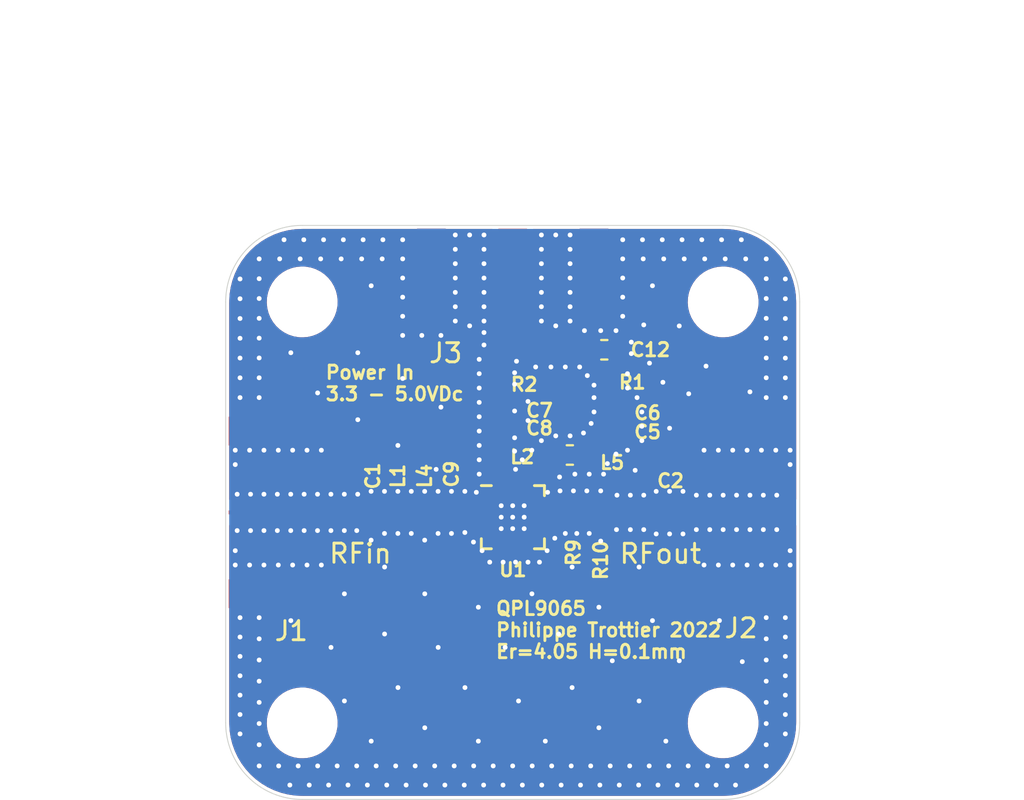
<source format=kicad_pcb>
(kicad_pcb (version 20211014) (generator pcbnew)
  (layers (0 "F.Cu" signal) (1 "In1.Cu" mixed) (2 "In2.Cu" mixed) (31 "B.Cu" signal) (35 "F.Paste" user) (37 "F.SilkS" user "F.Silkscreen") (38 "B.Mask" user) (39 "F.Mask" user) (44 "Edge.Cuts" user))
  (net 0 "")
  (net 1 "GND")
  (net 2 "Net-(L2-Pad1)")
  (net 3 "Net-(L5-Pad1)")
  (net 4 "/RFin")
  (net 5 "/RFout")
  (net 6 "VDC")
  (net 7 "Net-(C7-Pad1)")
  (net 8 "Net-(C5-Pad1)")
  (net 9 "Net-(C2-Pad1)")
  (net 10 "Net-(R9-Pad2)")
  (net 11 "Net-(C9-Pad1)")
  (net 12 "Net-(C9-Pad2)")
  (footprint "Capacitor_SMD:C_0402_1005Metric" (layer "F.Cu") (at 155.535 89.7)
    (fp_text reference "C5")
    (fp_text value "100pF" hide)
  )
  (footprint "Capacitor_SMD:C_0402_1005Metric" (layer "F.Cu") (at 155.535 88.7)
    (fp_text reference "C6")
    (fp_text value "0.1µF")
  )
  (footprint "Capacitor_SMD:C_0402_1005Metric" (layer "F.Cu") (at 149.735 88.65)
    (fp_text reference "C7")
    (fp_text value "100pF")
  )
  (footprint "Capacitor_SMD:C_0402_1005Metric" (layer "F.Cu") (at 149.735 89.65)
    (fp_text reference "C8")
    (fp_text value "0.1µF")
  )
  (footprint "Capacitor_SMD:C_0603_1608Metric" (layer "F.Cu") (at 154.7875 85.5)
    (fp_text reference "C12")
    (fp_text value "4.7µF")
  )
  (footprint "Inductor_SMD:L_0402_1005Metric" (layer "F.Cu") (at 149.25 91.115 90)
    (fp_text reference "L2")
    (fp_text value "2.2nH")
  )
  (footprint "Inductor_SMD:L_0603_1608Metric" (layer "F.Cu") (at 152.9875 91)
    (fp_text reference "L5")
    (fp_text value "18nH" hide)
  )
  (footprint "Connector_Coaxial:‎142-1701-626‎" (layer "F.Cu") (at 137.7 94 180)
    (fp_text reference "J1")
    (fp_text value "Conn_Coaxial" hide)
  )
  (footprint "Connector_Coaxial:‎142-1701-626‎" (layer "F.Cu") (at 162.235 94)
    (fp_text reference "J2")
    (fp_text value "Conn_Coaxial" hide)
  )
  (footprint "Resistor_SMD:R_0402_1005Metric" (layer "F.Cu") (at 155.05 87.2 90)
    (fp_text reference "R1")
    (fp_text value "0")
  )
  (footprint "Resistor_SMD:R_0402_1005Metric" (layer "F.Cu") (at 149.25 87.165 -90)
    (fp_text reference "R2")
    (fp_text value "0")
  )
  (footprint "Capacitor_SMD:C_0402_1005Metric" (layer "F.Cu") (at 158.265 94)
    (fp_text reference "C2")
    (fp_text value "100pF" hide)
  )
  (footprint "Resistor_SMD:R_0402_1005Metric" (layer "F.Cu") (at 153.155 94 180)
    (fp_text reference "R9")
    (fp_text value "5.1" hide)
  )
  (footprint "Resistor_SMD:R_0402_1005Metric" (layer "F.Cu") (at 154.57 94.485 90)
    (fp_text reference "R10")
    (fp_text value "39k" hide)
  )
  (footprint "Capacitor_SMD:C_0402_1005Metric" (layer "F.Cu") (at 142.63 94.485 90)
    (fp_text reference "C1")
    (fp_text value "0.5pF" hide)
  )
  (footprint "Capacitor_SMD:C_0402_1005Metric" (layer "F.Cu") (at 146.835 94)
    (fp_text reference "C9")
    (fp_text value "10pF" hide)
  )
  (footprint "Inductor_SMD:L_0402_1005Metric" (layer "F.Cu") (at 144.03 94 180)
    (fp_text reference "L1")
    (fp_text value "1.5nH")
  )
  (footprint "Inductor_SMD:L_0402_1005Metric" (layer "F.Cu") (at 145.43 94.485 -90)
    (fp_text reference "L4")
    (fp_text value "6.8nH" hide)
  )
  (footprint "MountingHole:MountingHole_3.2mm_M3" (layer "F.Cu") (at 139 105)
    (fp_text reference "MH1" hide)
    (fp_text value "MountingHole_Pad" hide)
  )
  (footprint "MountingHole:MountingHole_3.2mm_M3" (layer "F.Cu") (at 139 83)
    (fp_text reference "MH2" hide)
    (fp_text value "MountingHole_Pad" hide)
  )
  (footprint "MountingHole:MountingHole_3.2mm_M3" (layer "F.Cu") (at 161 105)
    (fp_text reference "MH3" hide)
    (fp_text value "MountingHole_Pad" hide)
  )
  (footprint "MountingHole:MountingHole_3.2mm_M3" (layer "F.Cu") (at 161 83)
    (fp_text reference "MH4" hide)
    (fp_text value "MountingHole_Pad" hide)
  )
  (footprint "Package_DFN_QFN:UQFN-16-1EP_3x3mm_P0.5mm_QPL9065" (layer "F.Cu") (at 150.01 94.25)
    (fp_text reference "U1")
    (fp_text value "QPL9065" hide)
  )
  (footprint "Connector_Coaxial:132147-48" (layer "F.Cu") (at 150 81.715 90)
    (fp_text reference "J3")
    (fp_text value "Conn_Coaxial_Power" hide)
  )
  (gr_line (start 165 105) (end 165 83) (layer "Edge.Cuts") (width 0.05))
  (gr_arc (start 165 105) (mid 163.828427 107.828427) (end 161 109) (layer "Edge.Cuts") (width 0.05))
  (gr_line (start 135 105) (end 135 83) (layer "Edge.Cuts") (width 0.05))
  (gr_line (start 139 109) (end 161 109) (layer "Edge.Cuts") (width 0.05))
  (gr_arc (start 161 79) (mid 163.828427 80.171573) (end 165 83) (layer "Edge.Cuts") (width 0.05))
  (gr_arc (start 135 83) (mid 136.171573 80.171573) (end 139 79) (layer "Edge.Cuts") (width 0.05))
  (gr_line (start 161 79) (end 139 79) (layer "Edge.Cuts") (width 0.05))
  (gr_arc (start 139 109) (mid 136.171573 107.828427) (end 135 105) (layer "Edge.Cuts") (width 0.05))
  (gr_text "QPL9065\nPhilippe Trottier 2022\nEr=4.05 H=0.1mm" (at 149.05 100.15) (layer "F.SilkS") (effects (font (size 0.7 0.7)) (justify left)))
  (gr_text "Power In\n3.3 - 5.0VDc\n" (at 140.15 87.25) (layer "F.SilkS") (effects (font (size 0.7 0.7)) (justify left)))
  (gr_text "RFin" (at 142.04 96.15) (layer "F.SilkS") (effects (font (size 1 1))))
  (gr_text "RFout" (at 157.72 96.16) (layer "F.SilkS") (effects (font (size 1 1))))
  (via (at 137.7 94.95) (size 0.5) (drill 0.25) (layers "F.Cu" "B.Cu") (remove_unused_layers) (net 1))
  (via (at 141.035714 80.75) (size 0.5) (drill 0.25) (layers "F.Cu" "B.Cu") (remove_unused_layers) (net 1))
  (via (at 143.304999 96.854999) (size 0.5) (drill 0.25) (layers "F.Cu" "B.Cu") (remove_unused_layers) (net 1))
  (via (at 160 96.75) (size 0.5) (drill 0.25) (layers "F.Cu" "B.Cu") (remove_unused_layers) (net 1))
  (via (at 156.2 85.7) (size 0.5) (drill 0.25) (layers "F.Cu" "B.Cu") (remove_unused_layers) (net 1))
  (via (at 144 92.9) (size 0.5) (drill 0.25) (layers "F.Cu" "B.Cu") (remove_unused_layers) (net 1))
  (via (at 135.6 94.95) (size 0.5) (drill 0.25) (layers "F.Cu" "B.Cu") (remove_unused_layers) (net 1))
  (via (at 138.5 96.75) (size 0.5) (drill 0.25) (layers "F.Cu" "B.Cu") (remove_unused_layers) (net 1))
  (via (at 145.44292 108.25) (size 0.5) (drill 0.25) (layers "F.Cu" "B.Cu") (remove_unused_layers) (net 1))
  (via (at 142.604999 105.954999) (size 0.5) (drill 0.25) (layers "F.Cu" "B.Cu") (remove_unused_layers) (net 1))
  (via (at 142.604999 82.154999) (size 0.5) (drill 0.25) (layers "F.Cu" "B.Cu") (remove_unused_layers) (net 1))
  (via (at 155.45 93.1) (size 0.5) (drill 0.25) (layers "F.Cu" "B.Cu") (remove_unused_layers) (net 1))
  (via (at 148.4 96) (size 0.5) (drill 0.25) (layers "F.Cu" "B.Cu") (remove_unused_layers) (net 1))
  (via (at 143.3 92.9) (size 0.5) (drill 0.25) (layers "F.Cu" "B.Cu") (remove_unused_layers) (net 1))
  (via (at 159.620501 108.25) (size 0.5) (drill 0.25) (layers "F.Cu" "B.Cu") (remove_unused_layers) (net 1))
  (via (at 158.9 92.9) (size 0.5) (drill 0.25) (layers "F.Cu" "B.Cu") (remove_unused_layers) (net 1))
  (via (at 148.5 80.25) (size 0.5) (drill 0.25) (layers "F.Cu" "B.Cu") (remove_unused_layers) (net 1))
  (via (at 137.821428 80.75) (size 0.5) (drill 0.25) (layers "F.Cu" "B.Cu") (remove_unused_layers) (net 1))
  (via (at 148.5 79.5) (size 0.5) (drill 0.25) (layers "F.Cu" "B.Cu") (remove_unused_layers) (net 1))
  (via (at 135.6 93.05) (size 0.5) (drill 0.25) (layers "F.Cu" "B.Cu") (remove_unused_layers) (net 1))
  (via (at 154.557079 108.25) (size 0.5) (drill 0.25) (layers "F.Cu" "B.Cu") (remove_unused_layers) (net 1))
  (via (at 160.804999 99.654999) (size 0.5) (drill 0.25) (layers "F.Cu" "B.Cu") (remove_unused_layers) (net 1))
  (via (at 144.430235 108.25) (size 0.5) (drill 0.25) (layers "F.Cu" "B.Cu") (remove_unused_layers) (net 1))
  (via (at 135.5 91.5) (size 0.5) (drill 0.25) (layers "F.Cu" "B.Cu") (remove_unused_layers) (net 1))
  (via (at 160.3 94.9) (size 0.5) (drill 0.25) (layers "F.Cu" "B.Cu") (remove_unused_layers) (net 1))
  (via (at 157.595132 108.25) (size 0.5) (drill 0.25) (layers "F.Cu" "B.Cu") (remove_unused_layers) (net 1))
  (via (at 154.076923 107.25) (size 0.5) (drill 0.25) (layers "F.Cu" "B.Cu") (remove_unused_layers) (net 1))
  (via (at 145.404999 98.254999) (size 0.5) (drill 0.25) (layers "F.Cu" "B.Cu") (remove_unused_layers) (net 1))
  (via (at 136.75 99.5) (size 0.5) (drill 0.25) (layers "F.Cu" "B.Cu") (remove_unused_layers) (net 1))
  (via (at 163.25 83.857142) (size 0.5) (drill 0.25) (layers "F.Cu" "B.Cu") (remove_unused_layers) (net 1))
  (via (at 159.2 87.8) (size 0.5) (drill 0.25) (layers "F.Cu" "B.Cu") (remove_unused_layers) (net 1))
  (via (at 141.204999 103.854999) (size 0.5) (drill 0.25) (layers "F.Cu" "B.Cu") (remove_unused_layers) (net 1))
  (via (at 153.104999 96.854999) (size 0.5) (drill 0.25) (layers "F.Cu" "B.Cu") (remove_unused_layers) (net 1))
  (via (at 148.25 86.75) (size 0.5) (drill 0.25) (layers "F.Cu" "B.Cu") (remove_unused_layers) (net 1))
  (via (at 154.1 89.35) (size 0.5) (drill 0.25) (layers "F.Cu" "B.Cu") (remove_unused_layers) (net 1))
  (via (at 148.5 83.25) (size 0.5) (drill 0.25) (layers "F.Cu" "B.Cu") (remove_unused_layers) (net 1))
  (via (at 161.5 96.75) (size 0.5) (drill 0.25) (layers "F.Cu" "B.Cu") (remove_unused_layers) (net 1))
  (via (at 164.5 91.5) (size 0.5) (drill 0.25) (layers "F.Cu" "B.Cu") (remove_unused_layers) (net 1))
  (via (at 164.25 99.5) (size 0.5) (drill 0.25) (layers "F.Cu" "B.Cu") (remove_unused_layers) (net 1))
  (via (at 138.354129 108.25) (size 0.5) (drill 0.25) (layers "F.Cu" "B.Cu") (remove_unused_layers) (net 1))
  (via (at 136.3 94.95) (size 0.5) (drill 0.25) (layers "F.Cu" "B.Cu") (remove_unused_layers) (net 1))
  (via (at 153.75 84.5) (size 0.5) (drill 0.25) (layers "F.Cu" "B.Cu") (remove_unused_layers) (net 1))
  (via (at 152.53171 108.25) (size 0.5) (drill 0.25) (layers "F.Cu" "B.Cu") (remove_unused_layers) (net 1))
  (via (at 151.5 80.25) (size 0.5) (drill 0.25) (layers "F.Cu" "B.Cu") (remove_unused_layers) (net 1))
  (via (at 153.175 92.875) (size 0.5) (drill 0.25) (layers "F.Cu" "B.Cu") (remove_unused_layers) (net 1))
  (via (at 148.25 89) (size 0.5) (drill 0.25) (layers "F.Cu" "B.Cu") (remove_unused_layers) (net 1))
  (via (at 151.5 82.5) (size 0.5) (drill 0.25) (layers "F.Cu" "B.Cu") (remove_unused_layers) (net 1))
  (via (at 164.25 88) (size 0.5) (drill 0.25) (layers "F.Cu" "B.Cu") (remove_unused_layers) (net 1))
  (via (at 137.75 96.75) (size 0.5) (drill 0.25) (layers "F.Cu" "B.Cu") (remove_unused_layers) (net 1))
  (via (at 156.75 90.25) (size 0.5) (drill 0.25) (layers "F.Cu" "B.Cu") (remove_unused_layers) (net 1))
  (via (at 150.506342 108.25) (size 0.5) (drill 0.25) (layers "F.Cu" "B.Cu") (remove_unused_layers) (net 1))
  (via (at 138.404999 99.654999) (size 0.5) (drill 0.25) (layers "F.Cu" "B.Cu") (remove_unused_layers) (net 1))
  (via (at 135.75 100.512684) (size 0.5) (drill 0.25) (layers "F.Cu" "B.Cu") (remove_unused_layers) (net 1))
  (via (at 146.1 95.1) (size 0.5) (drill 0.25) (layers "F.Cu" "B.Cu") (remove_unused_layers) (net 1))
  (via (at 152 86.4) (size 0.5) (drill 0.25) (layers "F.Cu" "B.Cu") (remove_unused_layers) (net 1))
  (via (at 146.1 92.9) (size 0.5) (drill 0.25) (layers "F.Cu" "B.Cu") (remove_unused_layers) (net 1))
  (via (at 141.149612 79.75) (size 0.5) (drill 0.25) (layers "F.Cu" "B.Cu") (remove_unused_layers) (net 1))
  (via (at 153 82.5) (size 0.5) (drill 0.25) (layers "F.Cu" "B.Cu") (remove_unused_layers) (net 1))
  (via (at 137.76923 107.25) (size 0.5) (drill 0.25) (layers "F.Cu" "B.Cu") (remove_unused_layers) (net 1))
  (via (at 140 90.75) (size 0.5) (drill 0.25) (layers "F.Cu" "B.Cu") (remove_unused_layers) (net 1))
  (via (at 148.5 81.75) (size 0.5) (drill 0.25) (layers "F.Cu" "B.Cu") (remove_unused_layers) (net 1))
  (via (at 149.604999 101.054999) (size 0.5) (drill 0.25) (layers "F.Cu" "B.Cu") (remove_unused_layers) (net 1))
  (via (at 152.75 95.1) (size 0.5) (drill 0.25) (layers "F.Cu" "B.Cu") (remove_unused_layers) (net 1))
  (via (at 150.15 91.75) (size 0.5) (drill 0.25) (layers "F.Cu" "B.Cu") (remove_unused_layers) (net 1))
  (via (at 155.096153 107.25) (size 0.5) (drill 0.25) (layers "F.Cu" "B.Cu") (remove_unused_layers) (net 1))
  (via (at 144.903846 107.25) (size 0.5) (drill 0.25) (layers "F.Cu" "B.Cu") (remove_unused_layers) (net 1))
  (via (at 140.5 94.95) (size 0.5) (drill 0.25) (layers "F.Cu" "B.Cu") (remove_unused_layers) (net 1))
  (via (at 149.5 96.6) (size 0.5) (drill 0.25) (layers "F.Cu" "B.Cu") (remove_unused_layers) (net 1))
  (via (at 151.004999 98.254999) (size 0.5) (drill 0.25) (layers "F.Cu" "B.Cu") (remove_unused_layers) (net 1))
  (via (at 164.25 85.933075) (size 0.5) (drill 0.25) (layers "F.Cu" "B.Cu") (remove_unused_layers) (net 1))
  (via (at 141.204999 98.254999) (size 0.5) (drill 0.25) (layers "F.Cu" "B.Cu") (remove_unused_layers) (net 1))
  (via (at 136.3 93.05) (size 0.5) (drill 0.25) (layers "F.Cu" "B.Cu") (remove_unused_layers) (net 1))
  (via (at 150.1 86.7) (size 0.5) (drill 0.25) (layers "F.Cu" "B.Cu") (remove_unused_layers) (net 1))
  (via (at 144.004999 103.154999) (size 0.5) (drill 0.25) (layers "F.Cu" "B.Cu") (remove_unused_layers) (net 1))
  (via (at 148.25 87.5) (size 0.5) (drill 0.25) (layers "F.Cu" "B.Cu") (remove_unused_layers) (net 1))
  (via (at 155.75 80.75) (size 0.5) (drill 0.25) (layers "F.Cu" "B.Cu") (remove_unused_layers) (net 1))
  (via (at 144 95.1) (size 0.5) (drill 0.25) (layers "F.Cu" "B.Cu") (remove_unused_layers) (net 1))
  (via (at 148.5 84) (size 0.5) (drill 0.25) (layers "F.Cu" "B.Cu") (remove_unused_layers) (net 1))
  (via (at 135.75 83.86615) (size 0.5) (drill 0.25) (layers "F.Cu" "B.Cu") (remove_unused_layers) (net 1))
  (via (at 151.8 96) (size 0.5) (drill 0.25) (layers "F.Cu" "B.Cu") (remove_unused_layers) (net 1))
  (via (at 135.75 85.933075) (size 0.5) (drill 0.25) (layers "F.Cu" "B.Cu") (remove_unused_layers) (net 1))
  (via (at 158.704999 84.254999) (size 0.5) (drill 0.25) (layers "F.Cu" "B.Cu") (remove_unused_layers) (net 1))
  (via (at 135.75 86.966537) (size 0.5) (drill 0.25) (layers "F.Cu" "B.Cu") (remove_unused_layers) (net 1))
  (via (at 158.704999 101.754999) (size 0.5) (drill 0.25) (layers "F.Cu" "B.Cu") (remove_unused_layers) (net 1))
  (via (at 157.134615 107.25) (size 0.5) (drill 0.25) (layers "F.Cu" "B.Cu") (remove_unused_layers) (net 1))
  (via (at 151.5 83.25) (size 0.5) (drill 0.25) (layers "F.Cu" "B.Cu") (remove_unused_layers) (net 1))
  (via (at 151.5 90.25) (size 0.5) (drill 0.25) (layers "F.Cu" "B.Cu") (remove_unused_layers) (net 1))
  (via (at 149.4 93.65) (size 0.5) (drill 0.25) (layers "F.Cu" "B.Cu") (remove_unused_layers) (net 1))
  (via (at 146 91.75) (size 0.5) (drill 0.25) (layers "F.Cu" "B.Cu") (remove_unused_layers) (net 1))
  (via (at 147 83.25) (size 0.5) (drill 0.25) (layers "F.Cu" "B.Cu") (remove_unused_layers) (net 1))
  (via (at 139.082687 79.75) (size 0.5) (drill 0.25) (layers "F.Cu" "B.Cu") (remove_unused_layers) (net 1))
  (via (at 161.7 94.9) (size 0.5) (drill 0.25) (layers "F.Cu" "B.Cu") (remove_unused_layers) (net 1))
  (via (at 154.25 87.35) (size 0.5) (drill 0.25) (layers "F.Cu" "B.Cu") (remove_unused_layers) (net 1))
  (via (at 151 90.75) (size 0.5) (drill 0.25) (layers "F.Cu" "B.Cu") (remove_unused_layers) (net 1))
  (via (at 157.85 87.2) (size 0.5) (drill 0.25) (layers "F.Cu" "B.Cu") (remove_unused_layers) (net 1))
  (via (at 145.923076 107.25) (size 0.5) (drill 0.25) (layers "F.Cu" "B.Cu") (remove_unused_layers) (net 1))
  (via (at 163.25 106.142857) (size 0.5) (drill 0.25) (layers "F.Cu" "B.Cu") (remove_unused_layers) (net 1))
  (via (at 157.15 86.2) (size 0.5) (drill 0.25) (layers "F.Cu" "B.Cu") (remove_unused_layers) (net 1))
  (via (at 154.75 92) (size 0.5) (drill 0.25) (layers "F.Cu" "B.Cu") (remove_unused_layers) (net 1))
  (via (at 158.2 95.125) (size 0.5) (drill 0.25) (layers "F.Cu" "B.Cu") (remove_unused_layers) (net 1))
  (via (at 141.904999 89.154999) (size 0.5) (drill 0.25) (layers "F.Cu" "B.Cu") (remove_unused_layers) (net 1))
  (via (at 139.25 90.75) (size 0.5) (drill 0.25) (layers "F.Cu" "B.Cu") (remove_unused_layers) (net 1))
  (via (at 150.15 96.6) (size 0.5) (drill 0.25) (layers "F.Cu" "B.Cu") (remove_unused_layers) (net 1))
  (via (at 148.5 84.6) (size 0.5) (drill 0.25) (layers "F.Cu" "B.Cu") (remove_unused_layers) (net 1))
  (via (at 156.5 88) (size 0.5) (drill 0.25) (layers "F.Cu" "B.Cu") (remove_unused_layers) (net 1))
  (via (at 159.883849 79.75) (size 0.5) (drill 0.25) (layers "F.Cu" "B.Cu") (remove_unused_layers) (net 1))
  (via (at 147 79.5) (size 0.5) (drill 0.25) (layers "F.Cu" "B.Cu") (remove_unused_layers) (net 1))
  (via (at 151.5 84) (size 0.5) (drill 0.25) (layers "F.Cu" "B.Cu") (remove_unused_layers) (net 1))
  (via (at 147 82.5) (size 0.5) (drill 0.25) (layers "F.Cu" "B.Cu") (remove_unused_layers) (net 1))
  (via (at 161.950774 79.75) (size 0.5) (drill 0.25) (layers "F.Cu" "B.Cu") (remove_unused_layers) (net 1))
  (via (at 164.25 81.799225) (size 0.5) (drill 0.25) (layers "F.Cu" "B.Cu") (remove_unused_layers) (net 1))
  (via (at 136.75 100.607142) (size 0.5) (drill 0.25) (layers "F.Cu" "B.Cu") (remove_unused_layers) (net 1))
  (via (at 151.5 81) (size 0.5) (drill 0.25) (layers "F.Cu" "B.Cu") (remove_unused_layers) (net 1))
  (via (at 145.4 95.45) (size 0.5) (drill 0.25) (layers "F.Cu" "B.Cu") (remove_unused_layers) (net 1))
  (via (at 150.304999 103.854999) (size 0.5) (drill 0.25) (layers "F.Cu" "B.Cu") (remove_unused_layers) (net 1))
  (via (at 146.8 92.9) (size 0.5) (drill 0.25) (layers "F.Cu" "B.Cu") (remove_unused_layers) (net 1))
  (via (at 164.25 100.512684) (size 0.5) (drill 0.25) (layers "F.Cu" "B.Cu") (remove_unused_layers) (net 1))
  (via (at 164.5 96) (size 0.5) (drill 0.25) (layers "F.Cu" "B.Cu") (remove_unused_layers) (net 1))
  (via (at 152.25 79.5) (size 0.5) (drill 0.25) (layers "F.Cu" "B.Cu") (remove_unused_layers) (net 1))
  (via (at 163 96.75) (size 0.5) (drill 0.25) (layers "F.Cu" "B.Cu") (remove_unused_layers) (net 1))
  (via (at 136.75 83.857142) (size 0.5) (drill 0.25) (layers "F.Cu" "B.Cu") (remove_unused_layers) (net 1))
  (via (at 162.4 93.1) (size 0.5) (drill 0.25) (layers "F.Cu" "B.Cu") (remove_unused_layers) (net 1))
  (via (at 163.25 105.035714) (size 0.5) (drill 0.25) (layers "F.Cu" "B.Cu") (remove_unused_layers) (net 1))
  (via (at 151.5 79.5) (size 0.5) (drill 0.25) (layers "F.Cu" "B.Cu") (remove_unused_layers) (net 1))
  (via (at 150.8 89.2) (size 0.5) (drill 0.25) (layers "F.Cu" "B.Cu") (remove_unused_layers) (net 1))
  (via (at 136.75 107.25) (size 0.5) (drill 0.25) (layers "F.Cu" "B.Cu") (remove_unused_layers) (net 1))
  (via (at 148.5 85.25) (size 0.5) (drill 0.25) (layers "F.Cu" "B.Cu") (remove_unused_layers) (net 1))
  (via (at 155.75 82.75) (size 0.5) (drill 0.25) (layers "F.Cu" "B.Cu") (remove_unused_layers) (net 1))
  (via (at 158.850387 79.75) (size 0.5) (drill 0.25) (layers "F.Cu" "B.Cu") (remove_unused_layers) (net 1))
  (via (at 152.404999 100.354999) (size 0.5) (drill 0.25) (layers "F.Cu" "B.Cu") (remove_unused_layers) (net 1))
  (via (at 136.75 80.75) (size 0.5) (drill 0.25) (layers "F.Cu" "B.Cu") (remove_unused_layers) (net 1))
  (via (at 156.821428 80.75) (size 0.5) (drill 0.25) (layers "F.Cu" "B.Cu") (remove_unused_layers) (net 1))
  (via (at 160.3 93.1) (size 0.5) (drill 0.25) (layers "F.Cu" "B.Cu") (remove_unused_layers) (net 1))
  (via (at 150.1 88.7) (size 0.5) (drill 0.25) (layers "F.Cu" "B.Cu") (remove_unused_layers) (net 1))
  (via (at 154 95.1) (size 0.5) (drill 0.25) (layers "F.Cu" "B.Cu") (remove_unused_layers) (net 1))
  (via (at 144.25 84.75) (size 0.5) (drill 0.25) (layers "F.Cu" "B.Cu") (remove_unused_layers) (net 1))
  (via (at 148.25 91.25) (size 0.5) (drill 0.25) (layers "F.Cu" "B.Cu") (remove_unused_layers) (net 1))
  (via (at 158.964285 80.75) (size 0.5) (drill 0.25) (layers "F.Cu" "B.Cu") (remove_unused_layers) (net 1))
  (via (at 138.4 94.95) (size 0.5) (drill 0.25) (layers "F.Cu" "B.Cu") (remove_unused_layers) (net 1))
  (via (at 144.25 79.75) (size 0.5) (drill 0.25) (layers "F.Cu" "B.Cu") (remove_unused_layers) (net 1))
  (via (at 155.75 81.75) (size 0.5) (drill 0.25) (layers "F.Cu" "B.Cu") (remove_unused_layers) (net 1))
  (via (at 151.2 86.4) (size 0.5) (drill 0.25) (layers "F.Cu" "B.Cu") (remove_unused_layers) (net 1))
  (via (at 148.5 82.5) (size 0.5) (drill 0.25) (layers "F.Cu" "B.Cu") (remove_unused_layers) (net 1))
  (via (at 154.6 92.875) (size 0.5) (drill 0.25) (layers "F.Cu" "B.Cu") (remove_unused_layers) (net 1))
  (via (at 150.1 90.1) (size 0.5) (drill 0.25) (layers "F.Cu" "B.Cu") (remove_unused_layers) (net 1))
  (via (at 147 81.75) (size 0.5) (drill 0.25) (layers "F.Cu" "B.Cu") (remove_unused_layers) (net 1))
  (via (at 136.25 90.75) (size 0.5) (drill 0.25) (layers "F.Cu" "B.Cu") (remove_unused_layers) (net 1))
  (via (at 139.8 93.05) (size 0.5) (drill 0.25) (layers "F.Cu" "B.Cu") (remove_unused_layers) (net 1))
  (via (at 162.178571 80.75) (size 0.5) (drill 0.25) (layers "F.Cu" "B.Cu") (remove_unused_layers) (net 1))
  (via (at 136.75 85.928571) (size 0.5) (drill 0.25) (layers "F.Cu" "B.Cu") (remove_unused_layers) (net 1))
  (via (at 152.25 84.25) (size 0.5) (drill 0.25) (layers "F.Cu" "B.Cu") (remove_unused_layers) (net 1))
  (via (at 155.204999 101.754999) (size 0.5) (drill 0.25) (layers "F.Cu" "B.Cu") (remove_unused_layers) (net 1))
  (via (at 161 94.9) (size 0.5) (drill 0.25) (layers "F.Cu" "B.Cu") (remove_unused_layers) (net 1))
  (via (at 156.2 85.1) (size 0.5) (drill 0.25) (layers "F.Cu" "B.Cu") (remove_unused_layers) (net 1))
  (via (at 163.8 94.9) (size 0.5) (drill 0.25) (layers "F.Cu" "B.Cu") (remove_unused_layers) (net 1))
  (via (at 150 94.25) (size 0.5) (drill 0.25) (layers "F.Cu" "B.Cu") (remove_unused_layers) (net 1))
  (via (at 142.6 92.9) (size 0.5) (drill 0.25) (layers "F.Cu" "B.Cu") (remove_unused_layers) (net 1))
  (via (at 152.45 92.15) (size 0.5) (drill 0.25) (layers "F.Cu" "B.Cu") (remove_unused_layers) (net 1))
  (via (at 148.980769 107.25) (size 0.5) (drill 0.25) (layers "F.Cu" "B.Cu") (remove_unused_layers) (net 1))
  (via (at 151.704999 105.954999) (size 0.5) (drill 0.25) (layers "F.Cu" "B.Cu") (remove_unused_layers) (net 1))
  (via (at 163 90.75) (size 0.5) (drill 0.25) (layers "F.Cu" "B.Cu") (remove_unused_layers) (net 1))
  (via (at 156.4 91.8) (size 0.5) (drill 0.25) (layers "F.Cu" "B.Cu") (remove_unused_layers) (net 1))
  (via (at 152.2 95.35) (size 0.5) (drill 0.25) (layers "F.Cu" "B.Cu") (remove_unused_layers) (net 1))
  (via (at 136.75 81.785714) (size 0.5) (drill 0.25) (layers "F.Cu" "B.Cu") (remove_unused_layers) (net 1))
  (via (at 154.95 91.45) (size 0.5) (drill 0.25) (layers "F.Cu" "B.Cu") (remove_unused_layers) (net 1))
  (via (at 148.25 89.75) (size 0.5) (drill 0.25) (layers "F.Cu" "B.Cu") (remove_unused_layers) (net 1))
  (via (at 145.25 84.75) (size 0.5) (drill 0.25) (layers "F.Cu" "B.Cu") (remove_unused_layers) (net 1))
  (via (at 135.75 103.550737) (size 0.5) (drill 0.25) (layers "F.Cu" "B.Cu") (remove_unused_layers) (net 1))
  (via (at 135.75 105.576106) (size 0.5) (drill 0.25) (layers "F.Cu" "B.Cu") (remove_unused_layers) (net 1))
  (via (at 153.9 86.85) (size 0.5) (drill 0.25) (layers "F.Cu" "B.Cu") (remove_unused_layers) (net 1))
  (via (at 160.104999 86.354999) (size 0.5) (drill 0.25) (layers "F.Cu" "B.Cu") (remove_unused_layers) (net 1))
  (via (at 147.5 95.05) (size 0.5) (drill 0.25) (layers "F.Cu" "B.Cu") (remove_unused_layers) (net 1))
  (via (at 136.75 102.821428) (size 0.5) (drill 0.25) (layers "F.Cu" "B.Cu") (remove_unused_layers) (net 1))
  (via (at 147 80.25) (size 0.5) (drill 0.25) (layers "F.Cu" "B.Cu") (remove_unused_layers) (net 1))
  (via (at 153.5 86.4) (size 0.5) (drill 0.25) (layers "F.Cu" "B.Cu") (remove_unused_layers) (net 1))
  (via (at 163.25 85.928571) (size 0.5) (drill 0.25) (layers "F.Cu" "B.Cu") (remove_unused_layers) (net 1))
  (via (at 138.049225 79.75) (size 0.5) (drill 0.25) (layers "F.Cu" "B.Cu") (remove_unused_layers) (net 1))
  (via (at 151.01923 107.25) (size 0.5) (drill 0.25) (layers "F.Cu" "B.Cu") (remove_unused_layers) (net 1))
  (via (at 154.6 95.5) (size 0.5) (drill 0.25) (layers "F.Cu" "B.Cu") (remove_unused_layers) (net 1))
  (via (at 139.366814 108.25) (size 0.5) (drill 0.25) (layers "F.Cu" "B.Cu") (remove_unused_layers) (net 1))
  (via (at 160.917312 79.75) (size 0.5) (drill 0.25) (layers "F.Cu" "B.Cu") (remove_unused_layers) (net 1))
  (via (at 136.75 88) (size 0.5) (drill 0.25) (layers "F.Cu" "B.Cu") (remove_unused_layers) (net 1))
  (via (at 146.455604 108.25) (size 0.5) (drill 0.25) (layers "F.Cu" "B.Cu") (remove_unused_layers) (net 1))
  (via (at 139.1 94.95) (size 0.5) (drill 0.25) (layers "F.Cu" "B.Cu") (remove_unused_layers) (net 1))
  (via (at 149.4 94.85) (size 0.5) (drill 0.25) (layers "F.Cu" "B.Cu") (remove_unused_layers) (net 1))
  (via (at 163.75 96.75) (size 0.5) (drill 0.25) (layers "F.Cu" "B.Cu") (remove_unused_layers) (net 1))
  (via (at 141.392182 108.25) (size 0.5) (drill 0.25) (layers "F.Cu" "B.Cu") (remove_unused_layers) (net 1))
  (via (at 161.211538 107.25) (size 0.5) (drill 0.25) (layers "F.Cu" "B.Cu") (remove_unused_layers) (net 1))
  (via (at 136.75 86.964285) (size 0.5) (drill 0.25) (layers "F.Cu" "B.Cu") (remove_unused_layers) (net 1))
  (via (at 136.75 82.821428) (size 0.5) (drill 0.25) (layers "F.Cu" "B.Cu") (remove_unused_layers) (net 1))
  (via (at 135.75 84.899612) (size 0.5) (drill 0.25) (layers "F.Cu" "B.Cu") (remove_unused_layers) (net 1))
  (via (at 148.25 90.5) (size 0.5) (drill 0.25) (layers "F.Cu" "B.Cu") (remove_unused_layers) (net 1))
  (via (at 159.6 93.1) (size 0.5) (drill 0.25) (layers "F.Cu" "B.Cu") (remove_unused_layers) (net 1))
  (via (at 135.5 90.75) (size 0.5) (drill 0.25) (layers "F.Cu" "B.Cu") (remove_unused_layers) (net 1))
  (via (at 136.75 84.892857) (size 0.5) (drill 0.25) (layers "F.Cu" "B.Cu") (remove_unused_layers) (net 1))
  (via (at 135.75 82.832687) (size 0.5) (drill 0.25) (layers "F.Cu" "B.Cu") (remove_unused_layers) (net 1))
  (via (at 135.75 88) (size 0.5) (drill 0.25) (layers "F.Cu" "B.Cu") (remove_unused_layers) (net 1))
  (via (at 156.604999 103.854999) (size 0.5) (drill 0.25) (layers "F.Cu" "B.Cu") (remove_unused_layers) (net 1))
  (via (at 153 81) (size 0.5) (drill 0.25) (layers "F.Cu" "B.Cu") (remove_unused_layers) (net 1))
  (via (at 144.7 92.9) (size 0.5) (drill 0.25) (layers "F.Cu" "B.Cu") (remove_unused_layers) (net 1))
  (via (at 140 96.75) (size 0.5) (drill 0.25) (layers "F.Cu" "B.Cu") (remove_unused_layers) (net 1))
  (via (at 140.379498 108.25) (size 0.5) (drill 0.25) (layers "F.Cu" "B.Cu") (remove_unused_layers) (net 1))
  (via (at 163.75 90.75) (size 0.5) (drill 0.25) (layers "F.Cu" "B.Cu") (remove_unused_layers) (net 1))
  (via (at 161 93.1) (size 0.5) (drill 0.25) (layers "F.Cu" "B.Cu") (remove_unused_layers) (net 1))
  (via (at 144.25 81.75) (size 0.5) (drill 0.25) (layers "F.Cu" "B.Cu") (remove_unused_layers) (net 1))
  (via (at 156.85 84.2) (size 0.5) (drill 0.25) (layers "F.Cu" "B.Cu") (remove_unused_layers) (net 1))
  (via (at 153.057692 107.25) (size 0.5) (drill 0.25) (layers "F.Cu" "B.Cu") (remove_unused_layers) (net 1))
  (via (at 139.8 94.95) (size 0.5) (drill 0.25) (layers "F.Cu" "B.Cu") (remove_unused_layers) (net 1))
  (via (at 157.304999 82.154999) (size 0.5) (drill 0.25) (layers "F.Cu" "B.Cu") (remove_unused_layers) (net 1))
  (via (at 156.604999 96.854999) (size 0.5) (drill 0.25) (layers "F.Cu" "B.Cu") (remove_unused_layers) (net 1))
  (via (at 142.183075 79.75) (size 0.5) (drill 0.25) (layers "F.Cu" "B.Cu") (remove_unused_layers) (net 1))
  (via (at 161.7 93.1) (size 0.5) (drill 0.25) (layers "F.Cu" "B.Cu") (remove_unused_layers) (net 1))
  (via (at 141.846153 107.25) (size 0.5) (drill 0.25) (layers "F.Cu" "B.Cu") (remove_unused_layers) (net 1))
  (via (at 164.25 82.832687) (size 0.5) (drill 0.25) (layers "F.Cu" "B.Cu") (remove_unused_layers) (net 1))
  (via (at 138.5 90.75) (size 0.5) (drill 0.25) (layers "F.Cu" "B.Cu") (remove_unused_layers) (net 1))
  (via (at 163.25 99.5) (size 0.5) (drill 0.25) (layers "F.Cu" "B.Cu") (remove_unused_layers) (net 1))
  (via (at 160 90.75) (size 0.5) (drill 0.25) (layers "F.Cu" "B.Cu") (remove_unused_layers) (net 1))
  (via (at 155.75 83.75) (size 0.5) (drill 0.25) (layers "F.Cu" "B.Cu") (remove_unused_layers) (net 1))
  (via (at 149.4 94.25) (size 0.5) (drill 0.25) (layers "F.Cu" "B.Cu") (remove_unused_layers) (net 1))
  (via (at 136.75 106.142857) (size 0.5) (drill 0.25) (layers "F.Cu" "B.Cu") (remove_unused_layers) (net 1))
  (via (at 144.25 83.75) (size 0.5) (drill 0.25) (layers "F.Cu" "B.Cu") (remove_unused_layers) (net 1))
  (via (at 163.1 93.1) (size 0.5) (drill 0.25) (layers "F.Cu" "B.Cu") (remove_unused_layers) (net 1))
  (via (at 154.6 84.5) (size 0.5) (drill 0.25) (layers "F.Cu" "B.Cu") (remove_unused_layers) (net 1))
  (via (at 152.038461 107.25) (size 0.5) (drill 0.25) (layers "F.Cu" "B.Cu") (remove_unused_layers) (net 1))
  (via (at 153 83.25) (size 0.5) (drill 0.25) (layers "F.Cu" "B.Cu") (remove_unused_layers) (net 1))
  (via (at 148.8 96.6) (size 0.5) (drill 0.25) (layers "F.Cu" "B.Cu") (remove_unused_layers) (net 1))
  (via (at 150.6 94.85) (size 0.5) (drill 0.25) (layers "F.Cu" "B.Cu") (remove_unused_layers) (net 1))
  (via (at 163.25 103.928571) (size 0.5) (drill 0.25) (layers "F.Cu" "B.Cu") (remove_unused_layers) (net 1))
  (via (at 143.3 95.1) (size 0.5) (drill 0.25) (layers "F.Cu" "B.Cu") (remove_unused_layers) (net 1))
  (via (at 153 81.75) (size 0.5) (drill 0.25) (layers "F.Cu" "B.Cu") (remove_unused_layers) (net 1))
  (via (at 155.4 84.5) (size 0.5) (drill 0.25) (layers "F.Cu" "B.Cu") (remove_unused_layers) (net 1))
  (via (at 153.25 92) (size 0.5) (drill 0.25) (layers "F.Cu" "B.Cu") (remove_unused_layers) (net 1))
  (via (at 153 79.5) (size 0.5) (drill 0.25) (layers "F.Cu" "B.Cu") (remove_unused_layers) (net 1))
  (via (at 148.480973 108.25) (size 0.5) (drill 0.25) (layers "F.Cu" "B.Cu") (remove_unused_layers) (net 1))
  (via (at 163.25 88) (size 0.5) (drill 0.25) (layers "F.Cu" "B.Cu") (remove_unused_layers) (net 1))
  (via (at 140.11615 79.75) (size 0.5) (drill 0.25) (layers "F.Cu" "B.Cu") (remove_unused_layers) (net 1))
  (via (at 138.788461 107.25) (size 0.5) (drill 0.25) (layers "F.Cu" "B.Cu") (remove_unused_layers) (net 1))
  (via (at 143.417551 108.25) (size 0.5) (drill 0.25) (layers "F.Cu" "B.Cu") (remove_unused_layers) (net 1))
  (via (at 164.25 102.538053) (size 0.5) (drill 0.25) (layers "F.Cu" "B.Cu") (remove_unused_layers) (net 1))
  (via (at 160.192307 107.25) (size 0.5) (drill 0.25) (layers "F.Cu" "B.Cu") (remove_unused_layers) (net 1))
  (via (at 156.783462 79.75) (size 0.5) (drill 0.25) (layers "F.Cu" "B.Cu") (remove_unused_layers) (net 1))
  (via (at 150.8 88.2) (size 0.5) (drill 0.25) (layers "F.Cu" "B.Cu") (remove_unused_layers) (net 1))
  (via (at 147 81) (size 0.5) (drill 0.25) (layers "F.Cu" "B.Cu") (remove_unused_layers) (net 1))
  (via (at 150.2 86.1) (size 0.5) (drill 0.25) (layers "F.Cu" "B.Cu") (remove_unused_layers) (net 1))
  (via (at 140.826923 107.25) (size 0.5) (drill 0.25) (layers "F.Cu" "B.Cu") (remove_unused_layers) (net 1))
  (via (at 148.25 86) (size 0.5) (drill 0.25) (layers "F.Cu" "B.Cu") (remove_unused_layers) (net 1))
  (via (at 155.4 90.95) (size 0.5) (drill 0.25) (layers "F.Cu" "B.Cu") (remove_unused_layers) (net 1))
  (via (at 163.8 93.1) (size 0.5) (drill 0.25) (layers "F.Cu" "B.Cu") (remove_unused_layers) (net 1))
  (via (at 147 84) (size 0.5) (drill 0.25) (layers "F.Cu" "B.Cu") (remove_unused_layers) (net 1))
  (via (at 152.475 92.875) (size 0.5) (drill 0.25) (layers "F.Cu" "B.Cu") (remove_unused_layers) (net 1))
  (via (at 138.4 93.05) (size 0.5) (drill 0.25) (layers "F.Cu" "B.Cu") (remove_unused_layers) (net 1))
  (via (at 147.504999 103.154999) (size 0.5) (drill 0.25) (layers "F.Cu" "B.Cu") (remove_unused_layers) (net 1))
  (via (at 135.75 102.538053) (size 0.5) (drill 0.25) (layers "F.Cu" "B.Cu") (remove_unused_layers) (net 1))
  (via (at 152.25 90) (size 0.5) (drill 0.25) (layers "F.Cu" "B.Cu") (remove_unused_layers) (net 1))
  (via (at 157.5 95.125) (size 0.5) (drill 0.25) (layers "F.Cu" "B.Cu") (remove_unused_layers) (net 1))
  (via (at 157.304999 99.654999) (size 0.5) (drill 0.25) (layers "F.Cu" "B.Cu") (remove_unused_layers) (net 1))
  (via (at 139.804999 87.754999) (size 0.5) (drill 0.25) (layers "F.Cu" "B.Cu") (remove_unused_layers) (net 1))
  (via (at 156 90.75) (size 0.5) (drill 0.25) (layers "F.Cu" "B.Cu") (remove_unused_layers) (net 1))
  (via (at 139.25 96.75) (size 0.5) (drill 0.25) (layers "F.Cu" "B.Cu") (remove_unused_layers) (net 1))
  (via (at 136.25 96.75) (size 0.5) (drill 0.25) (layers "F.Cu" "B.Cu") (remove_unused_layers) (net 1))
  (via (at 145.404999 105.254999) (size 0.5) (drill 0.25) (layers "F.Cu" "B.Cu") (remove_unused_layers) (net 1))
  (via (at 135.5 96.75) (size 0.5) (drill 0.25) (layers "F.Cu" "B.Cu") (remove_unused_layers) (net 1))
  (via (at 164.25 84.899612) (size 0.5) (drill 0.25) (layers "F.Cu" "B.Cu") (remove_unused_layers) (net 1))
  (via (at 164.5 90.75) (size 0.5) (drill 0.25) (layers "F.Cu" "B.Cu") (remove_unused_layers) (net 1))
  (via (at 156.115384 107.25) (size 0.5) (drill 0.25) (layers "F.Cu" "B.Cu") (remove_unused_layers) (net 1))
  (via (at 147.468289 108.25) (size 0.5) (drill 0.25) (layers "F.Cu" "B.Cu") (remove_unused_layers) (net 1))
  (via (at 141.9 93.05) (size 0.5) (drill 0.25) (layers "F.Cu" "B.Cu") (remove_unused_layers) (net 1))
  (via (at 164.25 104.563421) (size 0.5) (drill 0.25) (layers "F.Cu" "B.Cu") (remove_unused_layers) (net 1))
  (via (at 151.5 81.75) (size 0.5) (drill 0.25) (layers "F.Cu" "B.Cu") (remove_unused_layers) (net 1))
  (via (at 136.75 103.928571) (size 0.5) (drill 0.25) (layers "F.Cu" "B.Cu") (remove_unused_layers) (net 1))
  (via (at 145.4 92.9) (size 0.5) (drill 0.25) (layers "F.Cu" "B.Cu") (remove_unused_layers) (net 1))
  (via (at 150.1 87.3) (size 0.5) (drill 0.25) (layers "F.Cu" "B.Cu") (remove_unused_layers) (net 1))
  (via (at 144.25 82.75) (size 0.5) (drill 0.25) (layers "F.Cu" "B.Cu") (remove_unused_layers) (net 1))
  (via (at 150 94.85) (size 0.5) (drill 0.25) (layers "F.Cu" "B.Cu") (remove_unused_layers) (net 1))
  (via (at 153.875 92.875) (size 0.5) (drill 0.25) (layers "F.Cu" "B.Cu") (remove_unused_layers) (net 1))
  (via (at 137 94.95) (size 0.5) (drill 0.25) (layers "F.Cu" "B.Cu") (remove_unused_layers) (net 1))
  (via (at 136.75 101.714285) (size 0.5) (drill 0.25) (layers "F.Cu" "B.Cu") (remove_unused_layers) (net 1))
  (via (at 164.25 103.550737) (size 0.5) (drill 0.25) (layers "F.Cu" "B.Cu") (remove_unused_layers) (net 1))
  (via (at 151.519026 108.25) (size 0.5) (drill 0.25) (layers "F.Cu" "B.Cu") (remove_unused_layers) (net 1))
  (via (at 150.6 94.25) (size 0.5) (drill 0.25) (layers "F.Cu" "B.Cu") (remove_unused_layers) (net 1))
  (via (at 140.504999 101.054999) (size 0.5) (drill 0.25) (layers "F.Cu" "B.Cu") (remove_unused_layers) (net 1))
  (via (at 156.15 94.9) (size 0.5) (drill 0.25) (layers "F.Cu" "B.Cu") (remove_unused_layers) (net 1))
  (via (at 148.25 92) (size 0.5) (drill 0.25) (layers "F.Cu" "B.Cu") (remove_unused_layers) (net 1))
  (via (at 137.75 90.75) (size 0.5) (drill 0.25) (layers "F.Cu" "B.Cu") (remove_unused_layers) (net 1))
  (via (at 162.230769 107.25) (size 0.5) (drill 0.25) (layers "F.Cu" "B.Cu") (remove_unused_layers) (net 1))
  (via (at 153 90) (size 0.5) (drill 0.25) (layers "F.Cu" "B.Cu") (remove_unused_layers) (net 1))
  (via (at 154.25 88) (size 0.5) (drill 0.25) (layers "F.Cu" "B.Cu") (remove_unused_layers) (net 1))
  (via (at 140.5 93.05) (size 0.5) (drill 0.25) (layers "F.Cu" "B.Cu") (remove_unused_layers) (net 1))
  (via (at 164.25 105.576106) (size 0.5) (drill 0.25) (layers "F.Cu" "B.Cu") (remove_unused_layers) (net 1))
  (via (at 135.5 96) (size 0.5) (drill 0.25) (layers "F.Cu" "B.Cu") (remove_unused_layers) (net 1))
  (via (at 143.304999 100.354999) (size 0.5) (drill 0.25) (layers "F.Cu" "B.Cu") (remove_unused_layers) (net 1))
  (via (at 158.004999 105.954999) (size 0.5) (drill 0.25) (layers "F.Cu" "B.Cu") (remove_unused_layers) (net 1))
  (via (at 163.25 84.892857) (size 0.5) (drill 0.25) (layers "F.Cu" "B.Cu") (remove_unused_layers) (net 1))
  (via (at 158.2 92.9) (size 0.5) (drill 0.25) (layers "F.Cu" "B.Cu") (remove_unused_layers) (net 1))
  (via (at 163.25 101.714285) (size 0.5) (drill 0.25) (layers "F.Cu" "B.Cu") (remove_unused_layers) (net 1))
  (via (at 156.85 94.9) (size 0.5) (drill 0.25) (layers "F.Cu" "B.Cu") (remove_unused_layers) (net 1))
  (via (at 163.25 81.785714) (size 0.5) (drill 0.25) (layers "F.Cu" "B.Cu") (remove_unused_layers) (net 1))
  (via (at 156 87.5) (size 0.5) (drill 0.25) (layers "F.Cu" "B.Cu") (remove_unused_layers) (net 1))
  (via (at 161.64587 108.25) (size 0.5) (drill 0.25) (layers "F.Cu" "B.Cu") (remove_unused_layers) (net 1))
  (via (at 152.75 86.4) (size 0.5) (drill 0.25) (layers "F.Cu" "B.Cu") (remove_unused_layers) (net 1))
  (via (at 163.25 100.607142) (size 0.5) (drill 0.25) (layers "F.Cu" "B.Cu") (remove_unused_layers) (net 1))
  (via (at 150.5 91.25) (size 0.5) (drill 0.25) (layers "F.Cu" "B.Cu") (remove_unused_layers) (net 1))
  (via (at 156.75 88.75) (size 0.5) (drill 0.25) (layers "F.Cu" "B.Cu") (remove_unused_layers) (net 1))
  (via (at 151.4 96.6) (size 0.5) (drill 0.25) (layers "F.Cu" "B.Cu") (remove_unused_layers) (net 1))
  (via (at 156.85 93.1) (size 0.5) (drill 0.25) (layers "F.Cu" "B.Cu") (remove_unused_layers) (net 1))
  (via (at 154.25 88.75) (size 0.5) (drill 0.25) (layers "F.Cu" "B.Cu") (remove_unused_layers) (net 1))
  (via (at 147.961538 107.25) (size 0.5) (drill 0.25) (layers "F.Cu" "B.Cu") (remove_unused_layers) (net 1))
  (via (at 164.5 96.75) (size 0.5) (drill 0.25) (layers "F.Cu" "B.Cu") (remove_unused_layers) (net 1))
  (via (at 162.4 87.7) (size 0.5) (drill 0.25) (layers "F.Cu" "B.Cu") (remove_unused_layers) (net 1))
  (via (at 143.884615 107.25) (size 0.5) (drill 0.25) (layers "F.Cu" "B.Cu") (remove_unused_layers) (net 1))
  (via (at 155.569764 108.25) (size 0.5) (drill 0.25) (layers "F.Cu" "B.Cu") (remove_unused_layers) (net 1))
  (via (at 163.25 80.75) (size 0.5) (drill 0.25) (layers "F.Cu" "B.Cu") (remove_unused_layers) (net 1))
  (via (at 153.35 95.1) (size 0.5) (drill 0.25) (layers "F.Cu" "B.Cu") (remove_unused_layers) (net 1))
  (via (at 135.75 101.525368) (size 0.5) (drill 0.25) (layers "F.Cu" "B.Cu") (remove_unused_layers) (net 1))
  (via (at 137 90.75) (size 0.5) (drill 0.25) (layers "F.Cu" "B.Cu") (remove_unused_layers) (net 1))
  (via (at 160.75 90.75) (size 0.5) (drill 0.25) (layers "F.Cu" "B.Cu") (remove_unused_layers) (net 1))
  (via (at 148.5 81) (size 0.5) (drill 0.25) (layers "F.Cu" "B.Cu") (remove_unused_layers) (net 1))
  (via (at 163.25 107.25) (size 0.5) (drill 0.25) (layers "F.Cu" "B.Cu") (remove_unused_layers) (net 1))
  (via (at 141.904999 85.654999) (size 0.5) (drill 0.25) (layers "F.Cu" "B.Cu") (remove_unused_layers) (net 1))
  (via (at 139.964285 80.75) (size 0.5) (drill 0.25) (layers "F.Cu" "B.Cu") (remove_unused_layers) (net 1))
  (via (at 139.1 93.05) (size 0.5) (drill 0.25) (layers "F.Cu" "B.Cu") (remove_unused_layers) (net 1))
  (via (at 142.865384 107.25) (size 0.5) (drill 0.25) (layers "F.Cu" "B.Cu") (remove_unused_layers) (net 1))
  (via (at 148.1 92.95) (size 0.5) (drill 0.25) (layers "F.Cu" "B.Cu") (remove_unused_layers) (net 1))
  (via (at 138.404999 85.654999) (size 0.5) (drill 0.25) (layers "F.Cu" "B.Cu") (remove_unused_layers) (net 1))
  (via (at 150 93.65) (size 0.5) (drill 0.25) (layers "F.Cu" "B.Cu") (remove_unused_layers) (net 1))
  (via (at 162.4 94.9) (size 0.5) (drill 0.25) (layers "F.Cu" "B.Cu") (remove_unused_layers) (net 1))
  (via (at 146.8 95.1) (size 0.5) (drill 0.25) (layers "F.Cu" "B.Cu") (remove_unused_layers) (net 1))
  (via (at 161.5 90.75) (size 0.5) (drill 0.25) (layers "F.Cu" "B.Cu") (remove_unused_layers) (net 1))
  (via (at 147.5 92.9) (size 0.5) (drill 0.25) (layers "F.Cu" "B.Cu") (remove_unused_layers) (net 1))
  (via (at 147.95 95.55) (size 0.5) (drill 0.25) (layers "F.Cu" "B.Cu") (remove_unused_layers) (net 1))
  (via (at 159.173076 107.25) (size 0.5) (drill 0.25) (layers "F.Cu" "B.Cu") (remove_unused_layers) (net 1))
  (via (at 164.25 86.966537) (size 0.5) (drill 0.25) (layers "F.Cu" "B.Cu") (remove_unused_layers) (net 1))
  (via (at 150.6 93.65) (size 0.5) (drill 0.25) (layers "F.Cu" "B.Cu") (remove_unused_layers) (net 1))
  (via (at 146.104999 101.054999) (size 0.5) (drill 0.25) (layers "F.Cu" "B.Cu") (remove_unused_layers) (net 1))
  (via (at 160.035714 80.75) (size 0.5) (drill 0.25) (layers "F.Cu" "B.Cu") (remove_unused_layers) (net 1))
  (via (at 151.825 92.95) (size 0.5) (drill 0.25) (layers "F.Cu" "B.Cu") (remove_unused_layers) (net 1))
  (via (at 153.104999 103.154999) (size 0.5) (drill 0.25) (layers "F.Cu" "B.Cu") (remove_unused_layers) (net 1))
  (via (at 157.892857 80.75) (size 0.5) (drill 0.25) (layers "F.Cu" "B.Cu") (remove_unused_layers) (net 1))
  (via (at 137 96.75) (size 0.5) (drill 0.25) (layers "F.Cu" "B.Cu") (remove_unused_layers) (net 1))
  (via (at 158.607817 108.25) (size 0.5) (drill 0.25) (layers "F.Cu" "B.Cu") (remove_unused_layers) (net 1))
  (via (at 150.8 96.6) (size 0.5) (drill 0.25) (layers "F.Cu" "B.Cu") (remove_unused_layers) (net 1))
  (via (at 146.942307 107.25) (size 0.5) (drill 0.25) (layers "F.Cu" "B.Cu") (remove_unused_layers) (net 1))
  (via (at 141.2 93.05) (size 0.5) (drill 0.25) (layers "F.Cu" "B.Cu") (remove_unused_layers) (net 1))
  (via (at 157.816924 79.75) (size 0.5) (drill 0.25) (layers "F.Cu" "B.Cu") (remove_unused_layers) (net 1))
  (via (at 139.807692 107.25) (size 0.5) (drill 0.25) (layers "F.Cu" "B.Cu") (remove_unused_layers) (net 1))
  (via (at 137.7 93.05) (size 0.5) (drill 0.25) (layers "F.Cu" "B.Cu") (remove_unused_layers) (net 1))
  (via (at 153 80.25) (size 0.5) (drill 0.25) (layers "F.Cu" "B.Cu") (remove_unused_layers) (net 1))
  (via (at 156.582448 108.25) (size 0.5) (drill 0.25) (layers "F.Cu" "B.Cu") (remove_unused_layers) (net 1))
  (via (at 163.1 94.9) (size 0.5) (drill 0.25) (layers "F.Cu" "B.Cu") (remove_unused_layers) (net 1))
  (via (at 155.425 94.9) (size 0.5) (drill 0.25) (layers "F.Cu" "B.Cu") (remove_unused_layers) (net 1))
  (via (at 153.544395 108.25) (size 0.5) (drill 0.25) (layers "F.Cu" "B.Cu") (remove_unused_layers) (net 1))
  (via (at 142.107142 80.75) (size 0.5) (drill 0.25) (layers "F.Cu" "B.Cu") (remove_unused_layers) (net 1))
  (via (at 162 101.8) (size 0.5) (drill 0.25) (layers "F.Cu" "B.Cu") (remove_unused_layers) (net 1))
  (via (at 150 107.25) (size 0.5) (drill 0.25) (layers "F.Cu" "B.Cu") (remove_unused_layers) (net 1))
  (via (at 148.204999 98.954999) (size 0.5) (drill 0.25) (layers "F.Cu" "B.Cu") (remove_unused_layers) (net 1))
  (via (at 158.2 89.6) (size 0.5) (drill 0.25) (layers "F.Cu" "B.Cu") (remove_unused_layers) (net 1))
  (via (at 141.85 94.95) (size 0.5) (drill 0.25) (layers "F.Cu" "B.Cu") (remove_unused_layers) (net 1))
  (via (at 156.75 89.5) (size 0.5) (drill 0.25) (layers "F.Cu" "B.Cu") (remove_unused_layers) (net 1))
  (via (at 149.493657 108.25) (size 0.5) (drill 0.25) (layers "F.Cu" "B.Cu") (remove_unused_layers) (net 1))
  (via (at 162.25 96.75) (size 0.5) (drill 0.25) (layers "F.Cu" "B.Cu") (remove_unused_layers) (net 1))
  (via (at 158.9 95.125) (size 0.5) (drill 0.25) (layers "F.Cu" "B.Cu") (remove_unused_layers) (net 1))
  (via (at 153 84) (size 0.5) (drill 0.25) (layers "F.Cu" "B.Cu") (remove_unused_layers) (net 1))
  (via (at 164.25 101.525368) (size 0.5) (drill 0.25) (layers "F.Cu" "B.Cu") (remove_unused_layers) (net 1))
  (via (at 163.25 82.821428) (size 0.5) (drill 0.25) (layers "F.Cu" "B.Cu") (remove_unused_layers) (net 1))
  (via (at 135.75 99.5) (size 0.5) (drill 0.25) (layers "F.Cu" "B.Cu") (remove_unused_layers) (net 1))
  (via (at 161.107142 80.75) (size 0.5) (drill 0.25) (layers "F.Cu" "B.Cu") (remove_unused_layers) (net 1))
  (via (at 144.25 87) (size 0.5) (drill 0.25) (layers "F.Cu" "B.Cu") (remove_unused_layers) (net 1))
  (via (at 147.75 84.25) (size 0.5) (drill 0.25) (layers "F.Cu" "B.Cu") (remove_unused_layers) (net 1))
  (via (at 135.75 81.799225) (size 0.5) (drill 0.25) (layers "F.Cu" "B.Cu") (remove_unused_layers) (net 1))
  (via (at 156.15 93.1) (size 0.5) (drill 0.25) (layers "F.Cu" "B.Cu") (remove_unused_layers) (net 1))
  (via (at 146.25 84.75) (size 0.5) (drill 0.25) (layers "F.Cu" "B.Cu") (remove_unused_layers) (net 1))
  (via (at 154.504999 98.954999) (size 0.5) (drill 0.25) (layers "F.Cu" "B.Cu") (remove_unused_layers) (net 1))
  (via (at 144 90.5) (size 0.5) (drill 0.25) (layers "F.Cu" "B.Cu") (remove_unused_layers) (net 1))
  (via (at 150.1 90.8) (size 0.5) (drill 0.25) (layers "F.Cu" "B.Cu") (remove_unused_layers) (net 1))
  (via (at 137 93.05) (size 0.5) (drill 0.25) (layers "F.Cu" "B.Cu") (remove_unused_layers) (net 1))
  (via (at 164.25 83.86615) (size 0.5) (drill 0.25) (layers "F.Cu" "B.Cu") (remove_unused_layers) (net 1))
  (via (at 144.7 95.1) (size 0.5) (drill 0.25) (layers "F.Cu" "B.Cu") (remove_unused_layers) (net 1))
  (via (at 138.892857 80.75) (size 0.5) (drill 0.25) (layers "F.Cu" "B.Cu") (remove_unused_layers) (net 1))
  (via (at 154 92) (size 0.5) (drill 0.25) (layers "F.Cu" "B.Cu") (remove_unused_layers) (net 1))
  (via (at 159.6 94.9) (size 0.5) (drill 0.25) (layers "F.Cu" "B.Cu") (remove_unused_layers) (net 1))
  (via (at 148.25 88.25) (size 0.5) (drill 0.25) (layers "F.Cu" "B.Cu") (remove_unused_layers) (net 1))
  (via (at 163.25 86.964285) (size 0.5) (drill 0.25) (layers "F.Cu" "B.Cu") (remove_unused_layers) (net 1))
  (via (at 158.153846 107.25) (size 0.5) (drill 0.25) (layers "F.Cu" "B.Cu") (remove_unused_layers) (net 1))
  (via (at 156 86.75) (size 0.5) (drill 0.25) (layers "F.Cu" "B.Cu") (remove_unused_layers) (net 1))
  (via (at 135.75 104.563421) (size 0.5) (drill 0.25) (layers "F.Cu" "B.Cu") (remove_unused_layers) (net 1))
  (via (at 143.178571 80.75) (size 0.5) (drill 0.25) (layers "F.Cu" "B.Cu") (remove_unused_layers) (net 1))
  (via (at 153.7 89.85) (size 0.5) (drill 0.25) (layers "F.Cu" "B.Cu") (remove_unused_layers) (net 1))
  (via (at 148.204999 105.954999) (size 0.5) (drill 0.25) (layers "F.Cu" "B.Cu") (remove_unused_layers) (net 1))
  (via (at 160.633185 108.25) (size 0.5) (drill 0.25) (layers "F.Cu" "B.Cu") (remove_unused_layers) (net 1))
  (via (at 146.25 88.5) (size 0.5) (drill 0.25) (layers "F.Cu" "B.Cu") (remove_unused_layers) (net 1))
  (via (at 144.25 80.75) (size 0.5) (drill 0.25) (layers "F.Cu" "B.Cu") (remove_unused_layers) (net 1))
  (via (at 147.75 79.5) (size 0.5) (drill 0.25) (layers "F.Cu" "B.Cu") (remove_unused_layers) (net 1))
  (via (at 160.75 96.75) (size 0.5) (drill 0.25) (layers "F.Cu" "B.Cu") (remove_unused_layers) (net 1))
  (via (at 143.216537 79.75) (size 0.5) (drill 0.25) (layers "F.Cu" "B.Cu") (remove_unused_layers) (net 1))
  (via (at 157.5 92.9) (size 0.5) (drill 0.25) (layers "F.Cu" "B.Cu") (remove_unused_layers) (net 1))
  (via (at 163.25 102.821428) (size 0.5) (drill 0.25) (layers "F.Cu" "B.Cu") (remove_unused_layers) (net 1))
  (via (at 136.75 105.035714) (size 0.5) (drill 0.25) (layers "F.Cu" "B.Cu") (remove_unused_layers) (net 1))
  (via (at 142.404867 108.25) (size 0.5) (drill 0.25) (layers "F.Cu" "B.Cu") (remove_unused_layers) (net 1))
  (via (at 141.2 94.95) (size 0.5) (drill 0.25) (layers "F.Cu" "B.Cu") (remove_unused_layers) (net 1))
  (via (at 142.6 95.45) (size 0.5) (drill 0.25) (layers "F.Cu" "B.Cu") (remove_unused_layers) (net 1))
  (via (at 155.75 79.75) (size 0.5) (drill 0.25) (layers "F.Cu" "B.Cu") (remove_unused_layers) (net 1))
  (via (at 162.25 90.75) (size 0.5) (drill 0.25) (layers "F.Cu" "B.Cu") (remove_unused_layers) (net 1))
  (via (at 154.504999 105.254999) (size 0.5) (drill 0.25) (layers "F.Cu" "B.Cu") (remove_unused_layers) (net 1))
  (segment (start 142.63 94) (end 143.545 94) (width 0.508) (layer "F.Cu") (net 4))
  (segment (start 137.6 94) (end 142.63 94) (width 0.225) (layer "F.Cu") (net 4))
  (segment (start 158.75 94) (end 162.4 94) (width 0.225) (layer "F.Cu") (net 5))
  (segment (start 154.85 94) (end 157.71 94) (width 0.225) (layer "F.Cu") (net 9))
  (segment (start 154.57 94) (end 154.85 94) (width 0.25) (layer "F.Cu") (net 9))
  (segment (start 153.64 94) (end 154.57 94) (width 0.6) (layer "F.Cu") (net 9))
  (segment (start 152.375 94) (end 152.67 94) (width 0.25) (layer "F.Cu") (net 10))
  (segment (start 151.475 94) (end 152.375 94) (width 0.225) (layer "F.Cu") (net 10))
  (segment (start 146.35 94) (end 145.43 94) (width 0.508) (layer "F.Cu") (net 11))
  (segment (start 144.515 94) (end 145.43 94) (width 0.508) (layer "F.Cu") (net 11))
  (segment (start 147.32 94) (end 148.525 94) (width 0.225) (layer "F.Cu") (net 12))
  (zone (net 1) (net_name "GND") (layer "F.Cu") (connect_pads yes (clearance 0.5)) (min_thickness 0.1) (fill yes (thermal_gap 0.508) (thermal_bridge_width 0.508) (smoothing fillet) (radius 1))
    (polygon (pts (xy 135 92.4) (xy 141.875 92.4) (xy 148.125 92.4) (xy 148.125 93.6) (xy 148.2375 93.775) (xy 148.125 94) (xy 148.225 94.225) (xy 148.125 94.4) (xy 148.125 95.4625) (xy 135 95.45)))
  )
  (zone (net 1) (net_name "GND") (layer "F.Cu") (connect_pads yes (clearance 0.5)) (min_thickness 0.1) (fill yes (thermal_gap 0.508) (thermal_bridge_width 0.508) (smoothing fillet) (radius 1))
    (polygon (pts (xy 164.8 95.499991) (xy 158.125 95.475) (xy 151.875 95.475) (xy 151.875 94.4) (xy 151.7625 94.225) (xy 151.875 94) (xy 151.775 93.775) (xy 151.875 93.6) (xy 151.875363 93.15) (xy 153.4 91.85) (xy 164.800725 91.80028)))
  )
  (zone (net 1) (net_name "GND") (layer "F.Cu") (connect_pads yes (clearance 0.185)) (min_thickness 0.254) (fill yes (thermal_gap 0.508) (thermal_bridge_width 0.508) (smoothing fillet) (radius 1))
    (polygon (pts (xy 165 93.3) (xy 164.15 93.3) (xy 163.75 92.5) (xy 159 92.5) (xy 153 92.5) (xy 151.95 93.625) (xy 148.075 93.625) (xy 147.075 92.5) (xy 135.9 92.5) (xy 135.55 93.3) (xy 135 93.3) (xy 135 79) (xy 165 79)))
  )
  (zone (net 9) (net_name "Net-(C2-Pad1)") (layer "F.Cu") (priority 16962) (connect_pads yes (clearance 0.2)) (min_thickness 0.0254) (fill yes (thermal_gap 0.508) (thermal_bridge_width 0.508) (smoothing fillet) (radius 0.1))
    (polygon (pts (xy 157.03486 94.0925) (xy 157.096153 94.094375) (xy 157.154863 94.1) (xy 157.210991 94.109375) (xy 157.264536 94.1225) (xy 157.315498 94.139375) (xy 157.363878 94.16) (xy 157.409675 94.184375) (xy 157.452889 94.2125) (xy 157.49352 94.244375) (xy 157.531569 94.28) (xy 158.017226 94) (xy 157.531569 93.72) (xy 157.49352 93.755625) (xy 157.452889 93.7875) (xy 157.409675 93.815625) (xy 157.363878 93.84) (xy 157.315498 93.860625) (xy 157.264536 93.8775) (xy 157.210991 93.890625) (xy 157.154863 93.9) (xy 157.096153 93.905625) (xy 157.03486 93.9075)))
  )
  (zone (net 9) (net_name "Net-(C2-Pad1)") (layer "F.Cu") (priority 16962) (connect_pads yes (clearance 0.2)) (min_thickness 0.0254) (fill yes (thermal_gap 0.508) (thermal_bridge_width 0.508) (smoothing fillet) (radius 0.1))
    (polygon (pts (xy 155.560639 93.9075) (xy 155.453745 93.905625) (xy 155.354235 93.9) (xy 155.262107 93.890625) (xy 155.177362 93.8775) (xy 155.1 93.860625) (xy 155.03002 93.84) (xy 154.967423 93.815625) (xy 154.912209 93.7875) (xy 154.864378 93.755625) (xy 154.82393 93.72) (xy 154.338273 94) (xy 154.82393 94.28) (xy 154.864378 94.244375) (xy 154.912209 94.2125) (xy 154.967423 94.184375) (xy 155.03002 94.16) (xy 155.1 94.139375) (xy 155.177362 94.1225) (xy 155.262107 94.109375) (xy 155.354235 94.1) (xy 155.453745 94.094375) (xy 155.560639 94.0925)))
  )
  (zone (net 10) (net_name "Net-(R9-Pad2)") (layer "F.Cu") (priority 16962) (connect_pads yes (clearance 0.2)) (min_thickness 0.0254) (fill yes (thermal_gap 0.508) (thermal_bridge_width 0.508) (smoothing fillet) (radius 0.1))
    (polygon (pts (xy 151.77263 94.125) (xy 151.873199 94.126549) (xy 151.966381 94.131199) (xy 152.052175 94.138949) (xy 152.130581 94.149799) (xy 152.2016 94.163749) (xy 152.265231 94.180799) (xy 152.321474 94.200949) (xy 152.370329 94.224199) (xy 152.411797 94.250549) (xy 152.445877 94.28) (xy 152.931534 94) (xy 152.445877 93.72) (xy 152.411797 93.74945) (xy 152.370329 93.7758) (xy 152.321474 93.79905) (xy 152.265231 93.8192) (xy 152.2016 93.83625) (xy 152.130581 93.8502) (xy 152.052175 93.86105) (xy 151.966381 93.8688) (xy 151.873199 93.87345) (xy 151.77263 93.875)))
  )
  (zone (net 6) (net_name "VDC") (layer "F.Cu") (priority 16962) (connect_pads yes (clearance 0.2)) (min_thickness 0.0254) (fill yes (thermal_gap 0.508) (thermal_bridge_width 0.508) (smoothing fillet) (radius 0.1))
    (polygon (pts (xy 150.25 82.4571) (xy 150.25275 82.463536) (xy 150.261 82.463619) (xy 150.27475 82.457351) (xy 150.294 82.44473) (xy 150.31875 82.425757) (xy 150.349 82.400431) (xy 150.38475 82.368754) (xy 150.426 82.330724) (xy 150.47275 82.286341) (xy 150.525 82.235607) (xy 150 81.325) (xy 149.475 82.235607) (xy 149.52725 82.286341) (xy 149.574 82.330724) (xy 149.61525 82.368754) (xy 149.651 82.400431) (xy 149.68125 82.425757) (xy 149.706 82.44473) (xy 149.72525 82.457351) (xy 149.739 82.463619) (xy 149.74725 82.463536) (xy 149.75 82.4571)))
  )
  (zone (net 4) (net_name "/RFin") (layer "F.Cu") (priority 16962) (connect_pads yes (clearance 0.2)) (min_thickness 0.0254) (fill yes (thermal_gap 0.508) (thermal_bridge_width 0.508) (smoothing fillet) (radius 0.1))
    (polygon (pts (xy 141.92379 94.0925) (xy 141.977483 94.094375) (xy 142.029393 94.1) (xy 142.079521 94.109375) (xy 142.127866 94.1225) (xy 142.174428 94.139375) (xy 142.219208 94.16) (xy 142.262205 94.184375) (xy 142.303419 94.2125) (xy 142.34285 94.244375) (xy 142.380499 94.28) (xy 142.866156 94) (xy 142.380499 93.72) (xy 142.34285 93.755625) (xy 142.303419 93.7875) (xy 142.262205 93.815625) (xy 142.219208 93.84) (xy 142.174428 93.860625) (xy 142.127866 93.8775) (xy 142.079521 93.890625) (xy 142.029393 93.9) (xy 141.977483 93.905625) (xy 141.92379 93.9075)))
  )
  (zone (net 6) (net_name "VDC") (layer "F.Cu") (priority 16962) (connect_pads yes (clearance 0.2)) (min_thickness 0.0254) (fill yes (thermal_gap 0.508) (thermal_bridge_width 0.508) (smoothing fillet) (radius 0.1))
    (polygon (pts (xy 150.125 82.35) (xy 150.128999 82.398839) (xy 150.140999 82.434283) (xy 150.160999 82.456332) (xy 150.188999 82.464985) (xy 150.224999 82.460244) (xy 150.268999 82.442107) (xy 150.320999 82.410575) (xy 150.380999 82.365647) (xy 150.448999 82.307324) (xy 150.525 82.235607) (xy 150 81.325) (xy 149.475 82.235607) (xy 149.551 82.307324) (xy 149.619 82.365647) (xy 149.679 82.410575) (xy 149.731 82.442107) (xy 149.775 82.460244) (xy 149.811 82.464985) (xy 149.839 82.456332) (xy 149.859 82.434283) (xy 149.871 82.398839) (xy 149.875 82.35)))
  )
  (zone (net 4) (net_name "/RFin") (layer "F.Cu") (priority 16962) (connect_pads yes (clearance 0.2)) (min_thickness 0.0254) (fill yes (thermal_gap 0.508) (thermal_bridge_width 0.508) (smoothing fillet) (radius 0.1))
    (polygon (pts (xy 143.15 93.746) (xy 143.110062 93.74574) (xy 143.073791 93.74496) (xy 143.041188 93.74366) (xy 143.012253 93.74184) (xy 142.986985 93.7395) (xy 142.965384 93.73664) (xy 142.947451 93.73326) (xy 142.933185 93.72936) (xy 142.922587 93.72494) (xy 142.915657 93.72) (xy 142.43 94) (xy 142.915657 94.28) (xy 142.922587 94.27506) (xy 142.933185 94.27064) (xy 142.947451 94.26674) (xy 142.965384 94.26336) (xy 142.986985 94.2605) (xy 143.012253 94.25816) (xy 143.041188 94.25634) (xy 143.073791 94.25504) (xy 143.110062 94.25426) (xy 143.15 94.254)))
  )
  (zone (net 12) (net_name "Net-(C9-Pad2)") (layer "F.Cu") (priority 16962) (connect_pads yes (clearance 0.2)) (min_thickness 0.0254) (fill yes (thermal_gap 0.508) (thermal_bridge_width 0.508) (smoothing fillet) (radius 0.1))
    (polygon (pts (xy 147.94 93.875) (xy 147.898614 93.87345) (xy 147.855582 93.8688) (xy 147.814038 93.86105) (xy 147.773982 93.8502) (xy 147.735413 93.83625) (xy 147.698332 93.8192) (xy 147.662739 93.79905) (xy 147.628634 93.7758) (xy 147.596016 93.74945) (xy 147.564887 93.72) (xy 147.07923 94) (xy 147.564887 94.28) (xy 147.596016 94.250549) (xy 147.628634 94.224199) (xy 147.662739 94.200949) (xy 147.698332 94.180799) (xy 147.735413 94.163749) (xy 147.773982 94.149799) (xy 147.814038 94.138949) (xy 147.855582 94.131199) (xy 147.898614 94.126549) (xy 147.94 94.125)))
  )
  (zone (net 6) (net_name "VDC") (layer "F.Cu") (priority 5) (connect_pads yes (clearance 0.185)) (min_thickness 0.0254) (fill yes (thermal_gap 0.508) (thermal_bridge_width 0.508) (smoothing fillet) (radius 1))
    (polygon (pts (xy 150.8 85.1) (xy 154.35 85.1) (xy 155.35 86.5) (xy 155.35 87) (xy 154.8 87) (xy 154.1 85.9) (xy 150.9 85.9) (xy 150.075 85.5) (xy 149.5 85.9) (xy 149.5 86.9) (xy 149 86.9) (xy 149 85.9) (xy 149.2 83.75) (xy 150.8 83.75)))
  )
  (zone (net 3) (net_name "Net-(L5-Pad1)") (layer "F.Cu") (priority 5) (connect_pads yes (clearance 0.185)) (min_thickness 0.0254) (fill yes (thermal_gap 0.508) (thermal_bridge_width 0.508) (smoothing fillet) (radius 0.5))
    (polygon (pts (xy 152.55 90.6) (xy 152.55 91.4) (xy 150.85 92.85) (xy 150.75 92.9) (xy 150.6 92.75) (xy 150.6 92.2) (xy 151.85 90.6)))
  )
  (zone (net 2) (net_name "Net-(L2-Pad1)") (layer "F.Cu") (priority 5) (connect_pads yes (clearance 0.185)) (min_thickness 0.0254) (fill yes (thermal_gap 0.508) (thermal_bridge_width 0.508) (smoothing fillet) (radius 0.5))
    (polygon (pts (xy 149.4 92.2) (xy 149.4 92.3) (xy 149.4 92.5) (xy 149.4 92.8) (xy 149.1 92.8) (xy 148.925 92.4) (xy 148.925 91.45) (xy 149.05 91.325) (xy 149.45 91.325) (xy 149.575 91.55)))
  )
  (zone (net 1) (net_name "GND") (layer "F.Cu") (connect_pads yes (clearance 0.185)) (min_thickness 0.254) (fill yes (thermal_gap 0.508) (thermal_bridge_width 0.508) (smoothing fillet) (radius 1))
    (polygon (pts (xy 165 109.05) (xy 135 109.05) (xy 135 94.7) (xy 135.55 94.7) (xy 135.8 95.1) (xy 141 95.1) (xy 147 95.1) (xy 148.05 94.05) (xy 150.175 94.05) (xy 151.95 94.05) (xy 153 95.1) (xy 163.75 95.1) (xy 164.15 94.7) (xy 165 94.7)))
  )
  (zone (net 7) (net_name "Net-(C7-Pad1)") (layer "F.Cu") (priority 5) (connect_pads yes (clearance 0.185)) (min_thickness 0.0254) (fill yes (thermal_gap 0.508) (thermal_bridge_width 0.508) (smoothing fillet) (radius 1))
    (polygon (pts (xy 149.55 90.85) (xy 148.95 90.85) (xy 148.95 87.4) (xy 149.55 87.4)))
  )
  (zone (net 0) (net_name "") (layer "F.Cu") (connect_pads (clearance 0)) (min_thickness 0.254)
    (keepout (tracks allowed) (vias allowed) (pads allowed) (copperpour not_allowed) (footprints allowed))
    (fill (thermal_gap 0.508) (thermal_bridge_width 0.508))
    (polygon (pts (xy 158.65 94.825) (xy 157.775 94.825) (xy 157.775 93.175) (xy 158.65 93.175)))
  )
  (zone (net 5) (net_name "/RFout") (layer "F.Cu") (priority 16962) (connect_pads yes (clearance 0.2)) (min_thickness 0.0254) (fill yes (thermal_gap 0.508) (thermal_bridge_width 0.508) (smoothing fillet) (radius 0.1))
    (polygon (pts (xy 159.724852 93.912853) (xy 159.617958 93.910978) (xy 159.518448 93.905353) (xy 159.42632 93.895978) (xy 159.341575 93.882853) (xy 159.264213 93.865978) (xy 159.194233 93.845353) (xy 159.131636 93.820978) (xy 159.076422 93.792853) (xy 159.028591 93.760978) (xy 158.988143 93.725353) (xy 158.502486 94.005353) (xy 158.988143 94.285353) (xy 159.028591 94.249728) (xy 159.076422 94.217853) (xy 159.131636 94.189728) (xy 159.194233 94.165353) (xy 159.264213 94.144728) (xy 159.341575 94.127853) (xy 159.42632 94.114728) (xy 159.518448 94.105353) (xy 159.617958 94.099728) (xy 159.724852 94.097853)))
  )
  (zone (net 0) (net_name "") (layer "F.Cu") (connect_pads yes (clearance 0)) (min_thickness 0.0254)
    (keepout (tracks allowed) (vias allowed) (pads allowed) (copperpour not_allowed) (footprints allowed))
    (fill (thermal_gap 0.508) (thermal_bridge_width 0.508))
    (polygon (pts (xy 154.35 94.8125) (xy 152.625 94.825) (xy 152.625 93.175) (xy 154.35 93.1875)))
  )
  (zone (net 8) (net_name "Net-(C5-Pad1)") (layer "F.Cu") (priority 5) (connect_pads yes (clearance 0.185)) (min_thickness 0.0254) (fill yes (thermal_gap 0.508) (thermal_bridge_width 0.508) (smoothing fillet) (radius 1))
    (polygon (pts (xy 155.35 90) (xy 154.1 91.45) (xy 153.4 91.45) (xy 153.4 90.55) (xy 153.9 90.55) (xy 154.75 89.45) (xy 154.75 87.4) (xy 155.35 87.4)))
  )
  (zone (net 0) (net_name "") (layer "F.Cu") (connect_pads yes (clearance 0)) (min_thickness 0.0254)
    (keepout (tracks allowed) (vias allowed) (pads allowed) (copperpour not_allowed) (footprints allowed))
    (fill (thermal_gap 0.508) (thermal_bridge_width 0.508))
    (polygon (pts (xy 158.86 94.52) (xy 157.9 94.52) (xy 157.9 93.48) (xy 158.86 93.48)))
  )
  (zone (net 0) (net_name "") (layer "F.Cu") (connect_pads yes (clearance 0)) (min_thickness 0.0254)
    (keepout (tracks allowed) (vias allowed) (pads allowed) (copperpour not_allowed) (footprints allowed))
    (fill (thermal_gap 0.508) (thermal_bridge_width 0.508))
    (polygon (pts (xy 147.31 94.825) (xy 143.525 94.825) (xy 142.63 94.8) (xy 142.63 93.2) (xy 143.55 93.175) (xy 147.31 93.175)))
  )
  (zone (net 1) (net_name "GND") (layers "In1.Cu" "In2.Cu" "B.Cu") (connect_pads yes (clearance 0.185)) (min_thickness 0.225) (fill yes (thermal_gap 0.508) (thermal_bridge_width 0.508) (smoothing fillet) (radius 1))
    (polygon (pts (xy 165 109) (xy 135 109) (xy 135 79) (xy 165 79)))
  )
)
</source>
